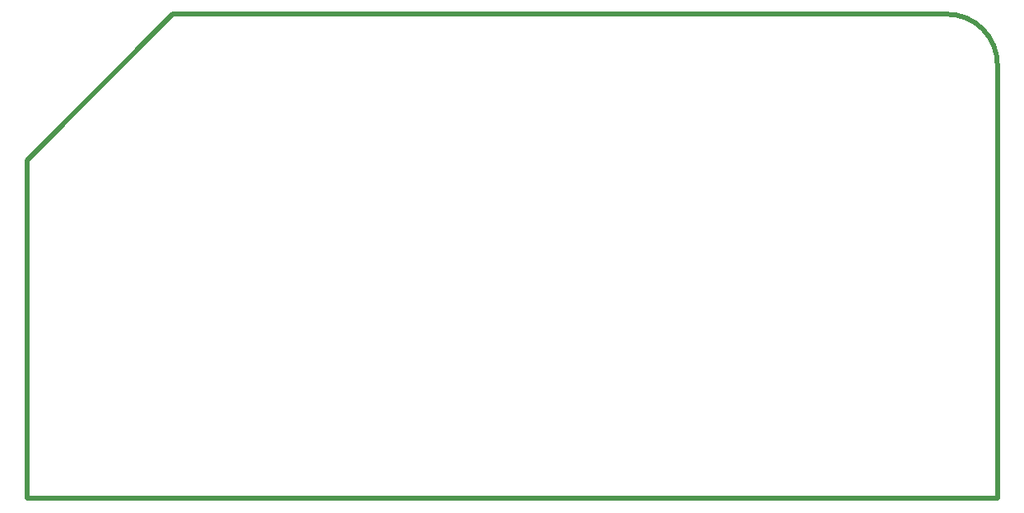
<source format=gbr>
%TF.GenerationSoftware,KiCad,Pcbnew,8.0.4*%
%TF.CreationDate,2024-08-16T16:49:31-07:00*%
%TF.ProjectId,SEWER,53455745-522e-46b6-9963-61645f706362,0*%
%TF.SameCoordinates,Original*%
%TF.FileFunction,Profile,NP*%
%FSLAX46Y46*%
G04 Gerber Fmt 4.6, Leading zero omitted, Abs format (unit mm)*
G04 Created by KiCad (PCBNEW 8.0.4) date 2024-08-16 16:49:31*
%MOMM*%
%LPD*%
G01*
G04 APERTURE LIST*
%TA.AperFunction,Profile*%
%ADD10C,0.500000*%
%TD*%
G04 APERTURE END LIST*
D10*
X94729800Y49860200D02*
G75*
G02*
X99909820Y44680200I20J-5180000D01*
G01*
X0Y34848800D02*
X0Y0D01*
X15011400Y49860200D02*
X0Y34848800D01*
X99911400Y44680200D02*
X99911400Y0D01*
X0Y0D02*
X99911400Y0D01*
X94729800Y49860200D02*
X15011400Y49860200D01*
M02*

</source>
